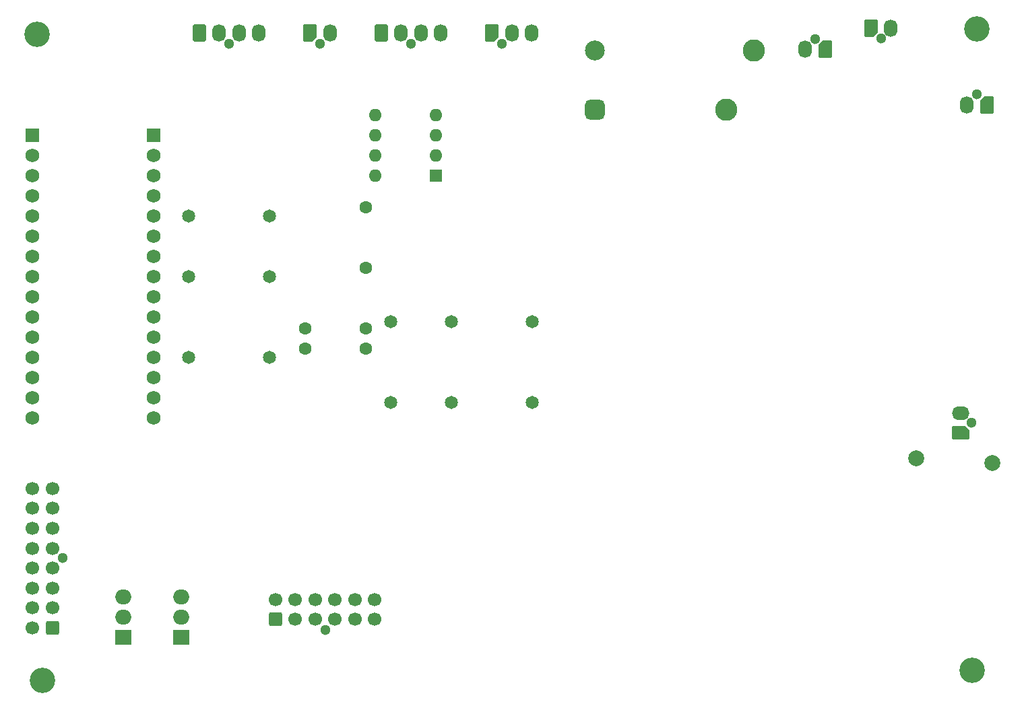
<source format=gbr>
%TF.GenerationSoftware,KiCad,Pcbnew,8.0.3*%
%TF.CreationDate,2025-03-11T00:39:16-07:00*%
%TF.ProjectId,Accumulator_Board,41636375-6d75-46c6-9174-6f725f426f61,3.2*%
%TF.SameCoordinates,Original*%
%TF.FileFunction,Soldermask,Bot*%
%TF.FilePolarity,Negative*%
%FSLAX46Y46*%
G04 Gerber Fmt 4.6, Leading zero omitted, Abs format (unit mm)*
G04 Created by KiCad (PCBNEW 8.0.3) date 2025-03-11 00:39:16*
%MOMM*%
%LPD*%
G01*
G04 APERTURE LIST*
G04 Aperture macros list*
%AMRoundRect*
0 Rectangle with rounded corners*
0 $1 Rounding radius*
0 $2 $3 $4 $5 $6 $7 $8 $9 X,Y pos of 4 corners*
0 Add a 4 corners polygon primitive as box body*
4,1,4,$2,$3,$4,$5,$6,$7,$8,$9,$2,$3,0*
0 Add four circle primitives for the rounded corners*
1,1,$1+$1,$2,$3*
1,1,$1+$1,$4,$5*
1,1,$1+$1,$6,$7*
1,1,$1+$1,$8,$9*
0 Add four rect primitives between the rounded corners*
20,1,$1+$1,$2,$3,$4,$5,0*
20,1,$1+$1,$4,$5,$6,$7,0*
20,1,$1+$1,$6,$7,$8,$9,0*
20,1,$1+$1,$8,$9,$2,$3,0*%
%AMFreePoly0*
4,1,22,0.945671,0.830970,1.026777,0.776777,1.080970,0.695671,1.100000,0.600000,1.100000,-0.600000,1.080970,-0.695671,1.026777,-0.776777,0.945671,-0.830970,0.850000,-0.850000,-0.450000,-0.850000,-0.545671,-0.830970,-0.626777,-0.776777,-1.026777,-0.376777,-1.080970,-0.295671,-1.100000,-0.200000,-1.100000,0.600000,-1.080970,0.695671,-1.026777,0.776777,-0.945671,0.830970,-0.850000,0.850000,
0.850000,0.850000,0.945671,0.830970,0.945671,0.830970,$1*%
G04 Aperture macros list end*
%ADD10C,1.300000*%
%ADD11RoundRect,0.250000X0.600000X0.600000X-0.600000X0.600000X-0.600000X-0.600000X0.600000X-0.600000X0*%
%ADD12C,1.700000*%
%ADD13RoundRect,0.102000X-0.765000X-0.765000X0.765000X-0.765000X0.765000X0.765000X-0.765000X0.765000X0*%
%ADD14C,1.734000*%
%ADD15FreePoly0,180.000000*%
%ADD16O,2.200000X1.700000*%
%ADD17C,2.000000*%
%ADD18RoundRect,0.250000X0.600000X-0.850000X0.600000X0.850000X-0.600000X0.850000X-0.600000X-0.850000X0*%
%ADD19O,1.700000X2.200000*%
%ADD20C,3.200000*%
%ADD21C,1.608074*%
%ADD22C,1.651000*%
%ADD23R,2.000000X1.905000*%
%ADD24O,2.000000X1.905000*%
%ADD25FreePoly0,90.000000*%
%ADD26RoundRect,0.625000X-0.625000X-0.625000X0.625000X-0.625000X0.625000X0.625000X-0.625000X0.625000X0*%
%ADD27C,2.800000*%
%ADD28C,2.500000*%
%ADD29R,1.600000X1.600000*%
%ADD30O,1.600000X1.600000*%
%ADD31FreePoly0,270.000000*%
%ADD32RoundRect,0.250000X0.600000X-0.600000X0.600000X0.600000X-0.600000X0.600000X-0.600000X-0.600000X0*%
G04 APERTURE END LIST*
D10*
%TO.C,J11*%
X29915000Y-91935000D03*
D11*
X28575000Y-100685000D03*
D12*
X28575000Y-98185000D03*
X28575000Y-95685000D03*
X28575000Y-93185000D03*
X28575000Y-90685000D03*
X28575000Y-88185000D03*
X28575000Y-85685000D03*
X28575000Y-83185000D03*
X26075000Y-100685000D03*
X26075000Y-98185000D03*
X26075000Y-95685000D03*
X26075000Y-93185000D03*
X26075000Y-90685000D03*
X26075000Y-88185000D03*
X26075000Y-85685000D03*
X26075000Y-83185000D03*
%TD*%
D13*
%TO.C,U2*%
X26035000Y-38735000D03*
D14*
X26035000Y-41275000D03*
X26035000Y-43815000D03*
X26035000Y-46355000D03*
X26035000Y-48895000D03*
X26035000Y-51435000D03*
X26035000Y-53975000D03*
X26035000Y-56515000D03*
X26035000Y-59055000D03*
X26035000Y-61595000D03*
X26035000Y-64135000D03*
X26035000Y-66675000D03*
X26035000Y-69215000D03*
X26035000Y-71755000D03*
X26035000Y-74295000D03*
D13*
X41275000Y-38735000D03*
D14*
X41275000Y-41275000D03*
X41275000Y-43815000D03*
X41275000Y-46355000D03*
X41275000Y-48895000D03*
X41275000Y-51435000D03*
X41275000Y-53975000D03*
X41275000Y-56515000D03*
X41275000Y-59055000D03*
X41275000Y-61595000D03*
X41275000Y-64135000D03*
X41275000Y-66675000D03*
X41275000Y-69215000D03*
X41275000Y-71755000D03*
X41275000Y-74295000D03*
%TD*%
D10*
%TO.C,J5*%
X144055000Y-74930000D03*
D15*
X142715000Y-76180000D03*
D16*
X142715000Y-73680000D03*
%TD*%
D17*
%TO.C,TP2*%
X137160000Y-79375000D03*
%TD*%
D10*
%TO.C,J7*%
X73660000Y-27215000D03*
D18*
X69910000Y-25875000D03*
D19*
X72410000Y-25875000D03*
X74910000Y-25875000D03*
X77410000Y-25875000D03*
%TD*%
D20*
%TO.C,REF\u002A\u002A*%
X27305000Y-107315000D03*
%TD*%
D21*
%TO.C,K4*%
X67945000Y-65571000D03*
X67945000Y-63031000D03*
X67945000Y-55411000D03*
X67945000Y-47791000D03*
X60325000Y-63031000D03*
X60325000Y-65571000D03*
%TD*%
D22*
%TO.C,K3*%
X55880000Y-66675000D03*
X55880000Y-56515000D03*
X55880000Y-48895000D03*
X45720000Y-48895000D03*
X45720000Y-56515000D03*
X45720000Y-66675000D03*
%TD*%
D23*
%TO.C,U9*%
X44760000Y-101895000D03*
D24*
X44760000Y-99355000D03*
X44760000Y-96815000D03*
%TD*%
D10*
%TO.C,J6*%
X62230000Y-27215000D03*
D25*
X60980000Y-25875000D03*
D19*
X63480000Y-25875000D03*
%TD*%
D22*
%TO.C,K1*%
X88887300Y-62230000D03*
X78727300Y-62230000D03*
X71107300Y-62230000D03*
X71107300Y-72390000D03*
X78727300Y-72390000D03*
X88887300Y-72390000D03*
%TD*%
D10*
%TO.C,J4*%
X50800000Y-27215000D03*
D18*
X47050000Y-25875000D03*
D19*
X49550000Y-25875000D03*
X52050000Y-25875000D03*
X54550000Y-25875000D03*
%TD*%
D10*
%TO.C,J1*%
X85090000Y-27215000D03*
D25*
X83840000Y-25875000D03*
D19*
X86340000Y-25875000D03*
X88840000Y-25875000D03*
%TD*%
D26*
%TO.C,K2*%
X96784000Y-35560000D03*
D27*
X113284000Y-35560000D03*
X116784000Y-28060000D03*
D28*
X96784000Y-28060000D03*
%TD*%
D29*
%TO.C,U12*%
X76825000Y-43805000D03*
D30*
X76825000Y-41265000D03*
X76825000Y-38725000D03*
X76825000Y-36185000D03*
X69205000Y-36185000D03*
X69205000Y-38725000D03*
X69205000Y-41265000D03*
X69205000Y-43805000D03*
%TD*%
D10*
%TO.C,J10*%
X132715000Y-26580000D03*
D25*
X131465000Y-25240000D03*
D19*
X133965000Y-25240000D03*
%TD*%
D20*
%TO.C,REF\u002A\u002A*%
X144145000Y-106045000D03*
%TD*%
D23*
%TO.C,U10*%
X37465000Y-101895000D03*
D24*
X37465000Y-99355000D03*
X37465000Y-96815000D03*
%TD*%
D10*
%TO.C,J8*%
X124460000Y-26600000D03*
D31*
X125710000Y-27940000D03*
D19*
X123210000Y-27940000D03*
%TD*%
D17*
%TO.C,TP1*%
X146685000Y-80010000D03*
%TD*%
D20*
%TO.C,REF\u002A\u002A*%
X144780000Y-25400000D03*
%TD*%
%TO.C,REF\u002A\u002A*%
X26670000Y-26035000D03*
%TD*%
D10*
%TO.C,J9*%
X144780000Y-33585000D03*
D31*
X146030000Y-34925000D03*
D19*
X143530000Y-34925000D03*
%TD*%
D10*
%TO.C,J2*%
X62865000Y-100965000D03*
D32*
X56615000Y-99625000D03*
D12*
X59115000Y-99625000D03*
X61615000Y-99625000D03*
X64115000Y-99625000D03*
X66615000Y-99625000D03*
X69115000Y-99625000D03*
X56615000Y-97125000D03*
X59115000Y-97125000D03*
X61615000Y-97125000D03*
X64115000Y-97125000D03*
X66615000Y-97125000D03*
X69115000Y-97125000D03*
%TD*%
M02*

</source>
